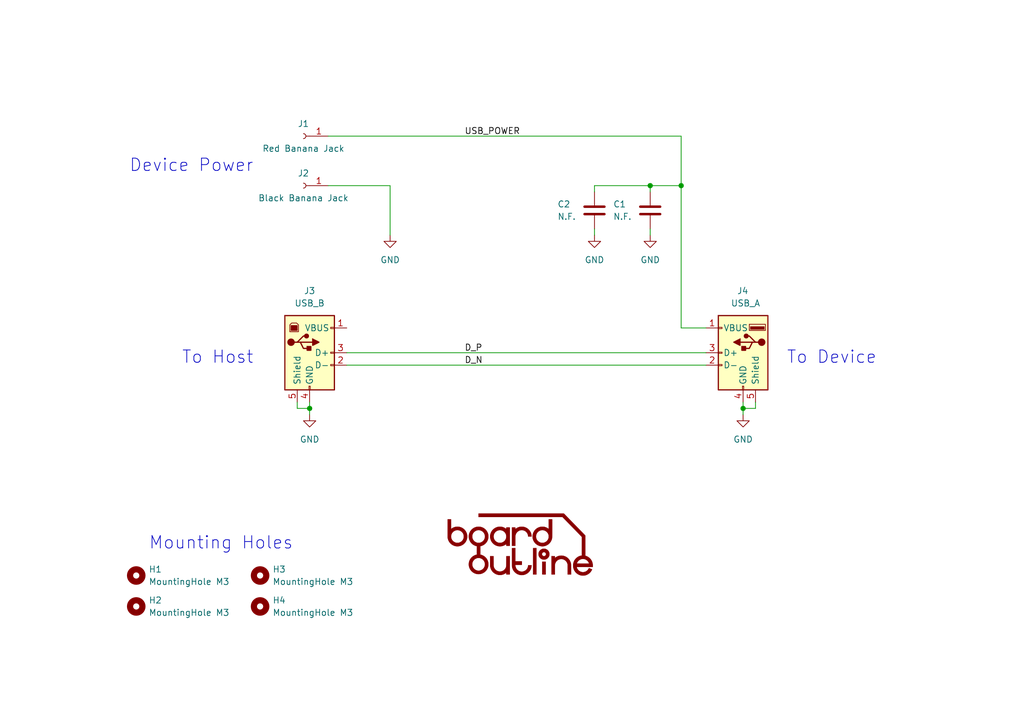
<source format=kicad_sch>
(kicad_sch (version 20211123) (generator eeschema)
  (paper "A5")
  (title_block (title "USB Power Injector") (date "2022-07-30") (rev "1.0"))
  (lib_symbols
    (symbol "Connector:Conn_01x01_Female" (pin_names (offset 1.016) hide)
      (property "Reference" "J" (at 0 2.54 0))
      (property "Value" "Conn_01x01_Female" (at 0 -2.54 0))
      (symbol "Conn_01x01_Female_1_1"
        (polyline (pts (xy -1.27 0) (xy -0.508 0)) (stroke (width 0.1524)))
        (arc (start 0 0.508) (mid -0.508 0) (end 0 -0.508) (stroke (width 0.1524)))
        (pin passive line (at -5.08 0 0) (length 3.81) (name "Pin_1") (number "1"))
      )
    )
    (symbol "Connector:USB_A" (pin_names (offset 1.016))
      (property "Reference" "J" (at -5.08 11.43 0))
      (property "Value" "USB_A" (at -5.08 8.89 0))
      (symbol "USB_A_0_1"
        (rectangle (start -5.08 -7.62) (end 5.08 7.62) (stroke (width 0.254)) (fill (type background)))
        (circle (center -3.81 2.159) (radius 0.635) (stroke (width 0.254)) (fill (type outline)))
        (rectangle (start -1.524 4.826) (end -4.318 5.334) (fill (type outline)))
        (rectangle (start -1.27 4.572) (end -4.572 5.842))
        (circle (center -0.635 3.429) (radius 0.381) (stroke (width 0.254)) (fill (type outline)))
        (rectangle (start -0.127 -7.62) (end 0.127 -6.858))
        (polyline (pts (xy -3.175 2.159) (xy -2.54 2.159) (xy -1.27 3.429) (xy -0.635 3.429)) (stroke (width 0.254)))
        (polyline (pts (xy -2.54 2.159) (xy -1.905 2.159) (xy -1.27 0.889) (xy 0 0.889)) (stroke (width 0.254)))
        (polyline (pts (xy 0.635 2.794) (xy 0.635 1.524) (xy 1.905 2.159) (xy 0.635 2.794)) (stroke (width 0.254)) (fill (type outline)))
        (rectangle (start 0.254 1.27) (end -0.508 0.508) (stroke (width 0.254)) (fill (type outline)))
        (rectangle (start 5.08 -2.667) (end 4.318 -2.413))
        (rectangle (start 5.08 -0.127) (end 4.318 0.127))
        (rectangle (start 5.08 4.953) (end 4.318 5.207))
      )
      (symbol "USB_A_1_1"
        (polyline (pts (xy -1.905 2.159) (xy 0.635 2.159)) (stroke (width 0.254)))
        (pin power_in line (at 7.62 5.08 180) (length 2.54) (name "VBUS") (number "1"))
        (pin bidirectional line (at 7.62 -2.54 180) (length 2.54) (name "D-") (number "2"))
        (pin bidirectional line (at 7.62 0 180) (length 2.54) (name "D+") (number "3"))
        (pin power_in line (at 0 -10.16 90) (length 2.54) (name "GND") (number "4"))
        (pin passive line (at -2.54 -10.16 90) (length 2.54) (name "Shield") (number "5"))
      )
    )
    (symbol "Connector:USB_B" (pin_names (offset 1.016))
      (property "Reference" "J" (at -5.08 11.43 0))
      (property "Value" "USB_B" (at -5.08 8.89 0))
      (symbol "USB_B_0_1"
        (rectangle (start -5.08 -7.62) (end 5.08 7.62) (stroke (width 0.254)) (fill (type background)))
        (circle (center -3.81 2.159) (radius 0.635) (stroke (width 0.254)) (fill (type outline)))
        (rectangle (start -3.81 5.588) (end -2.54 4.572) (fill (type outline)))
        (circle (center -0.635 3.429) (radius 0.381) (stroke (width 0.254)) (fill (type outline)))
        (rectangle (start -0.127 -7.62) (end 0.127 -6.858))
        (polyline (pts (xy -1.905 2.159) (xy 0.635 2.159)) (stroke (width 0.254)))
        (polyline (pts (xy -3.175 2.159) (xy -2.54 2.159) (xy -1.27 3.429) (xy -0.635 3.429)) (stroke (width 0.254)))
        (polyline (pts (xy -2.54 2.159) (xy -1.905 2.159) (xy -1.27 0.889) (xy 0 0.889)) (stroke (width 0.254)))
        (polyline (pts (xy 0.635 2.794) (xy 0.635 1.524) (xy 1.905 2.159) (xy 0.635 2.794)) (stroke (width 0.254)) (fill (type outline)))
        (polyline (pts (xy -4.064 4.318) (xy -2.286 4.318) (xy -2.286 5.715) (xy -2.667 6.096) (xy -3.683 6.096) (xy -4.064 5.715) (xy -4.064 4.318)))
        (rectangle (start 0.254 1.27) (end -0.508 0.508) (stroke (width 0.254)) (fill (type outline)))
        (rectangle (start 5.08 -2.667) (end 4.318 -2.413))
        (rectangle (start 5.08 -0.127) (end 4.318 0.127))
        (rectangle (start 5.08 4.953) (end 4.318 5.207))
      )
      (symbol "USB_B_1_1"
        (pin power_out line (at 7.62 5.08 180) (length 2.54) (name "VBUS") (number "1"))
        (pin bidirectional line (at 7.62 -2.54 180) (length 2.54) (name "D-") (number "2"))
        (pin bidirectional line (at 7.62 0 180) (length 2.54) (name "D+") (number "3"))
        (pin power_out line (at 0 -10.16 90) (length 2.54) (name "GND") (number "4"))
        (pin passive line (at -2.54 -10.16 90) (length 2.54) (name "Shield") (number "5"))
      )
    )
    (symbol "Device:C" (pin_numbers hide) (pin_names (offset 0.254))
      (property "Reference" "C" (at 0.635 2.54 0))
      (property "Value" "C" (at 0.635 -2.54 0))
      (symbol "C_0_1"
        (polyline (pts (xy -2.032 -0.762) (xy 2.032 -0.762)) (stroke (width 0.508)))
        (polyline (pts (xy -2.032 0.762) (xy 2.032 0.762)) (stroke (width 0.508)))
      )
      (symbol "C_1_1"
        (pin passive line (at 0 3.81 270) (length 2.794) (name "~") (number "1"))
        (pin passive line (at 0 -3.81 90) (length 2.794) (name "~") (number "2"))
      )
    )
    (symbol "Logo:Board Outline Logo" (pin_numbers hide) (pin_names (offset 1.016) hide) (in_bom no)
      (symbol "Board Outline Logo_0_0"
        (polyline (pts (xy 4.7961 -6.1219) (xy 4.8842 -6.1214) (xy 5.2132 -6.1191) (xy 5.2132 -3.5234) (xy 4.5512 -3.5234) (xy 4.549 -4.8125) (xy 4.549 -4.8308) (xy 4.5487 -4.9789) (xy 4.5486 -5.1222) (xy 4.5485 -5.2597) (xy 4.5484 -5.3904) (xy 4.5485 -5.5134) (xy 4.5485 -5.6277) (xy 4.5487 -5.7323) (xy 4.5488 -5.8263) (xy 4.5491 -5.9087) (xy 4.5493 -5.9785) (xy 4.5497 -6.0348) (xy 4.5501 -6.0766) (xy 4.5505 -6.1029) (xy 4.5509 -6.1127) (xy 4.551 -6.1128) (xy 4.5558 -6.1157) (xy 4.5684 -6.118) (xy 4.5902 -6.1197) (xy 4.6224 -6.121) (xy 4.6666 -6.1217) (xy 4.724 -6.122) (xy 4.7961 -6.1219)) (stroke (width 0.01)) (fill (type outline)))
        (polyline (pts (xy 3.3274 -0.7314) (xy 2.661 -0.736) (xy 2.6588 -3.4188) (xy 2.6587 -3.5015) (xy 2.6586 -3.7151) (xy 2.6585 -3.9239) (xy 2.6584 -4.1273) (xy 2.6583 -4.3247) (xy 2.6583 -5.0401) (xy 2.6584 -5.1971) (xy 2.6585 -5.3441) (xy 2.6586 -5.4803) (xy 2.6587 -5.6051) (xy 2.6589 -5.7178) (xy 2.6591 -5.8178) (xy 2.6593 -5.9043) (xy 2.6596 -5.9768) (xy 2.6598 -6.0346) (xy 2.6601 -6.0769) (xy 2.6604 -6.1031) (xy 2.6607 -6.1126) (xy 2.6649 -6.1153) (xy 2.6772 -6.1177) (xy 2.699 -6.1197) (xy 2.7316 -6.1211) (xy 2.7762 -6.1222) (xy 2.8343 -6.123) (xy 2.9072 -6.1234) (xy 2.9961 -6.1235) (xy 3.3274 -6.1235) (xy 3.3274 -0.7314)) (stroke (width 0.01)) (fill (type outline)))
        (polyline (pts (xy -1.0017 0.8556) (xy -1.0015 1.0104) (xy -1.0011 1.1531) (xy -1.0006 1.283) (xy -0.9999 1.3997) (xy -0.999 1.5024) (xy -0.998 1.5906) (xy -0.9969 1.6638) (xy -0.9956 1.7213) (xy -0.9942 1.7626) (xy -0.9927 1.787) (xy -0.9918 1.7955) (xy -0.9675 1.9452) (xy -0.9272 2.088) (xy -0.871 2.2239) (xy -0.7987 2.3532) (xy -0.7103 2.4759) (xy -0.6057 2.5921) (xy -0.5753 2.6218) (xy -0.464 2.7171) (xy -0.3467 2.7972) (xy -0.2216 2.8629) (xy -0.0868 2.9152) (xy 0.0594 2.9552) (xy 0.0701 2.9575) (xy 0.1016 2.9636) (xy 0.1329 2.968) (xy 0.1675 2.971) (xy 0.209 2.9729) (xy 0.2608 2.9738) (xy 0.3266 2.974) (xy 0.3496 2.974) (xy 0.4105 2.9736) (xy 0.4587 2.9724) (xy 0.4975 2.9702) (xy 0.5307 2.9668) (xy 0.5616 2.9618) (xy 0.5939 2.9552) (xy 0.7188 2.9216) (xy 0.8622 2.8675) (xy 0.9961 2.799) (xy 1.1202 2.716) (xy 1.2343 2.6189) (xy 1.2799 2.5735) (xy 1.3806 2.4573) (xy 1.4653 2.3341) (xy 1.5342 2.2038) (xy 1.5875 2.0659) (xy 1.6253 1.9201) (xy 1.6478 1.7661) (xy 1.6582 1.6551) (xy 2.327 1.6551) (xy 2.3216 1.7356) (xy 2.3134 1.833) (xy 2.2923 1.9927) (xy 2.2614 2.1423) (xy 2.22 2.2851) (xy 2.1671 2.4243) (xy 2.102 2.5633) (xy 2.0791 2.6067) (xy 1.9846 2.7629) (xy 1.8766 2.9091) (xy 1.7562 3.0446) (xy 1.6244 3.1685) (xy 1.4823 3.28) (xy 1.331 3.3781) (xy 1.1714 3.4621) (xy 1.0047 3.5312) (xy 0.8318 3.5844) (xy 0.7567 3.6029) (xy 0.6867 3.6181) (xy 0.6221 3.6294) (xy 0.5583 3.6372) (xy 0.4909 3.6421) (xy 0.4151 3.6446) (xy 0.3266 3.6453) (xy 0.2427 3.6447) (xy 0.1665 3.6423) (xy 0.0987 3.6375) (xy 0.0349 3.6299) (xy -0.0295 3.6189) (xy -0.0992 3.6039) (xy -0.1786 3.5844) (xy -0.3082 3.5461) (xy -0.4735 3.482) (xy -0.6336 3.403) (xy -0.7857 3.3103) (xy -0.9273 3.2054) (xy -1.0017 3.1445) (xy -1.0017 3.493) (xy -1.6725 3.493) (xy -1.6725 -0.2351) (xy -1.0017 -0.2351) (xy -1.0017 0.8556)) (stroke (width 0.01)) (fill (type outline)))
        (polyline (pts (xy 4.9384 -3.064) (xy 5.0078 -3.0599) (xy 5.0662 -3.0527) (xy 5.1857 -3.0252) (xy 5.3131 -2.9797) (xy 5.4331 -2.9195) (xy 5.5445 -2.8457) (xy 5.646 -2.7593) (xy 5.7365 -2.6614) (xy 5.8149 -2.5529) (xy 5.8799 -2.4348) (xy 5.9304 -2.3082) (xy 5.9479 -2.2484) (xy 5.9728 -2.12) (xy 5.9823 -1.9881) (xy 5.9767 -1.8555) (xy 5.956 -1.7247) (xy 5.9205 -1.5984) (xy 5.8704 -1.4793) (xy 5.8496 -1.4396) (xy 5.7767 -1.3245) (xy 5.6919 -1.2209) (xy 5.5964 -1.1293) (xy 5.4916 -1.0503) (xy 5.3786 -0.9846) (xy 5.2589 -0.9328) (xy 5.1337 -0.8953) (xy 5.0044 -0.8728) (xy 4.8722 -0.866) (xy 4.7384 -0.8753) (xy 4.6044 -0.9015) (xy 4.4898 -0.9382) (xy 4.3676 -0.9941) (xy 4.2534 -1.0641) (xy 4.1485 -1.1473) (xy 4.0544 -1.2423) (xy 3.9722 -1.3479) (xy 3.9033 -1.4631) (xy 3.849 -1.5866) (xy 3.8251 -1.6594) (xy 3.795 -1.7929) (xy 3.7817 -1.9271) (xy 3.7826 -1.9629) (xy 4.4511 -1.9629) (xy 4.4606 -1.8773) (xy 4.4865 -1.7967) (xy 4.5282 -1.7227) (xy 4.5851 -1.6565) (xy 4.5858 -1.6559) (xy 4.6471 -1.6054) (xy 4.7117 -1.5697) (xy 4.7841 -1.5461) (xy 4.7964 -1.5434) (xy 4.8795 -1.5348) (xy 4.9607 -1.5422) (xy 5.0382 -1.5645) (xy 5.11 -1.6006) (xy 5.1741 -1.6492) (xy 5.2287 -1.7091) (xy 5.2717 -1.7793) (xy 5.3013 -1.8585) (xy 5.3016 -1.8598) (xy 5.3132 -1.9355) (xy 5.3105 -2.0157) (xy 5.2942 -2.0955) (xy 5.2648 -2.1703) (xy 5.2286 -2.2259) (xy 5.1791 -2.2788) (xy 5.1209 -2.3253) (xy 5.0582 -2.3618) (xy 4.9955 -2.3851) (xy 4.969 -2.3909) (xy 4.8825 -2.3992) (xy 4.7985 -2.391) (xy 4.7188 -2.3666) (xy 4.6449 -2.3265) (xy 4.5788 -2.2713) (xy 4.5783 -2.2709) (xy 4.522 -2.2031) (xy 4.4823 -2.1309) (xy 4.4588 -2.053) (xy 4.4511 -1.9685) (xy 4.4511 -1.9629) (xy 3.7826 -1.9629) (xy 3.7851 -2.0609) (xy 3.8048 -2.1928) (xy 3.8407 -2.3218) (xy 3.8925 -2.4464) (xy 3.96 -2.5653) (xy 4.043 -2.6773) (xy 4.1007 -2.7409) (xy 4.2016 -2.8313) (xy 4.3128 -2.9087) (xy 4.4325 -2.9719) (xy 4.559 -3.0201) (xy 4.6906 -3.0522) (xy 4.7255 -3.0572) (xy 4.7912 -3.0626) (xy 4.8642 -3.0648) (xy 4.9384 -3.064)) (stroke (width 0.01)) (fill (type outline)))
        (polyline (pts (xy -4.0493 -6.2214) (xy -3.9235 -6.2109) (xy -3.8001 -6.1938) (xy -3.6846 -6.1707) (xy -3.65 -6.1621) (xy -3.4893 -6.1125) (xy -3.3298 -6.0478) (xy -3.1752 -5.9698) (xy -3.0288 -5.8802) (xy -2.8943 -5.7808) (xy -2.8226 -5.7224) (xy -2.8202 -5.9208) (xy -2.8179 -6.1191) (xy -2.1559 -6.1191) (xy -2.1537 -4.2528) (xy -2.1515 -2.3864) (xy -2.8179 -2.391) (xy -2.8226 -3.4014) (xy -2.8229 -3.449) (xy -2.8236 -3.5981) (xy -2.8242 -3.7311) (xy -2.8249 -3.849) (xy -2.8255 -3.9529) (xy -2.8261 -4.0436) (xy -2.8268 -4.1223) (xy -2.8276 -4.1899) (xy -2.8284 -4.2474) (xy -2.8293 -4.296) (xy -2.8304 -4.3365) (xy -2.8316 -4.3699) (xy -2.833 -4.3974) (xy -2.8345 -4.4199) (xy -2.8363 -4.4384) (xy -2.8383 -4.4539) (xy -2.8406 -4.4675) (xy -2.8431 -4.48) (xy -2.846 -4.4927) (xy -2.8585 -4.5436) (xy -2.8974 -4.6706) (xy -2.9441 -4.7864) (xy -2.9472 -4.7932) (xy -3.0165 -4.9208) (xy -3.1005 -5.041) (xy -3.1976 -5.1521) (xy -3.3062 -5.2522) (xy -3.4245 -5.3397) (xy -3.551 -5.413) (xy -3.6214 -5.446) (xy -3.7603 -5.4974) (xy -3.9015 -5.5324) (xy -4.0436 -5.5514) (xy -4.1856 -5.5549) (xy -4.3262 -5.5433) (xy -4.4643 -5.5168) (xy -4.5985 -5.476) (xy -4.7279 -5.4212) (xy -4.851 -5.3529) (xy -4.9669 -5.2713) (xy -5.0742 -5.177) (xy -5.1718 -5.0703) (xy -5.2584 -4.9516) (xy -5.333 -4.8212) (xy -5.3469 -4.7927) (xy -5.3841 -4.7073) (xy -5.4151 -4.619) (xy -5.4424 -4.5207) (xy -5.4653 -4.4293) (xy -5.47 -3.4101) (xy -5.4746 -2.391) (xy -6.141 -2.3864) (xy -6.141 -3.3712) (xy -6.1409 -3.4851) (xy -6.1407 -3.6473) (xy -6.1404 -3.7959) (xy -6.1398 -3.9303) (xy -6.1391 -4.0501) (xy -6.1383 -4.155) (xy -6.1373 -4.2445) (xy -6.1361 -4.3182) (xy -6.1348 -4.3757) (xy -6.1334 -4.4166) (xy -6.1318 -4.4405) (xy -6.1225 -4.5136) (xy -6.0878 -4.6936) (xy -6.0376 -4.8673) (xy -5.9726 -5.0341) (xy -5.8935 -5.193) (xy -5.8011 -5.3435) (xy -5.6962 -5.4848) (xy -5.5795 -5.6161) (xy -5.4518 -5.7367) (xy -5.3138 -5.8458) (xy -5.1662 -5.9428) (xy -5.0099 -6.0269) (xy -4.8455 -6.0973) (xy -4.6739 -6.1533) (xy -4.4958 -6.1943) (xy -4.3119 -6.2193) (xy -4.2861 -6.2214) (xy -4.172 -6.2251) (xy -4.0493 -6.2214)) (stroke (width 0.01)) (fill (type outline)))
        (polyline (pts (xy 0.3652 -6.2405) (xy 0.437 -6.238) (xy 0.5054 -6.2343) (xy 0.5658 -6.2294) (xy 0.6141 -6.2236) (xy 0.7341 -6.2018) (xy 0.8921 -6.1617) (xy 1.0449 -6.1087) (xy 1.1977 -6.0411) (xy 1.2175 -6.0313) (xy 1.3812 -5.9397) (xy 1.5341 -5.8347) (xy 1.6756 -5.7167) (xy 1.8052 -5.5862) (xy 1.9223 -5.444) (xy 2.0265 -5.2904) (xy 2.117 -5.1261) (xy 2.1519 -5.052) (xy 2.2055 -4.919) (xy 2.2484 -4.7833) (xy 2.2815 -4.6415) (xy 2.3055 -4.4905) (xy 2.3213 -4.3269) (xy 2.3266 -4.2507) (xy 1.6572 -4.2507) (xy 1.6511 -4.3313) (xy 1.6394 -4.4351) (xy 1.6087 -4.5845) (xy 1.5628 -4.7267) (xy 1.5023 -4.861) (xy 1.4281 -4.9865) (xy 1.3408 -5.1024) (xy 1.2412 -5.2079) (xy 1.13 -5.3022) (xy 1.0079 -5.3843) (xy 0.8757 -5.4535) (xy 0.734 -5.509) (xy 0.5836 -5.5498) (xy 0.5528 -5.5561) (xy 0.5178 -5.5618) (xy 0.4818 -5.5657) (xy 0.4407 -5.568) (xy 0.3903 -5.5692) (xy 0.3266 -5.5696) (xy 0.2731 -5.5693) (xy 0.2207 -5.5683) (xy 0.1782 -5.5662) (xy 0.1416 -5.5626) (xy 0.1068 -5.5572) (xy 0.0697 -5.5498) (xy 0.0122 -5.5363) (xy -0.1361 -5.4897) (xy -0.2754 -5.4286) (xy -0.4051 -5.3533) (xy -0.5247 -5.2641) (xy -0.6336 -5.1615) (xy -0.7312 -5.0457) (xy -0.7791 -4.978) (xy -0.854 -4.8504) (xy -0.9131 -4.7167) (xy -0.9569 -4.576) (xy -0.9854 -4.4275) (xy -0.9992 -4.2703) (xy -1.0044 -4.1375) (xy 0.331 -4.1375) (xy 0.331 -3.4668) (xy -1.0017 -3.4668) (xy -1.0017 -0.7314) (xy -1.6681 -0.736) (xy -1.6681 -2.762) (xy -1.668 -2.9666) (xy -1.6679 -3.1551) (xy -1.6678 -3.3279) (xy -1.6676 -3.4857) (xy -1.6673 -3.6292) (xy -1.667 -3.759) (xy -1.6666 -3.8757) (xy -1.6661 -3.9799) (xy -1.6656 -4.0723) (xy -1.6649 -4.1534) (xy -1.6642 -4.224) (xy -1.6635 -4.2846) (xy -1.6626 -4.3358) (xy -1.6616 -4.3784) (xy -1.6606 -4.4128) (xy -1.6594 -4.4398) (xy -1.6582 -4.46) (xy -1.6568 -4.4739) (xy -1.6467 -4.5443) (xy -1.6084 -4.7298) (xy -1.5545 -4.9085) (xy -1.4854 -5.0797) (xy -1.4016 -5.2427) (xy -1.3035 -5.3967) (xy -1.1916 -5.541) (xy -1.0662 -5.675) (xy -0.9279 -5.7978) (xy -0.7771 -5.9088) (xy -0.7349 -5.9363) (xy -0.5739 -6.0278) (xy -0.4053 -6.1037) (xy -0.2294 -6.164) (xy -0.0463 -6.2084) (xy 0.1434 -6.2369) (xy 0.1736 -6.2393) (xy 0.2291 -6.2412) (xy 0.2945 -6.2416) (xy 0.3652 -6.2405)) (stroke (width 0.01)) (fill (type outline)))
        (polyline (pts (xy 10.4243 -5.0936) (xy 10.4241 -5.0085) (xy 10.4237 -4.8616) (xy 10.4233 -4.7307) (xy 10.4229 -4.6146) (xy 10.4224 -4.5123) (xy 10.4219 -4.4228) (xy 10.4214 -4.345) (xy 10.4208 -4.278) (xy 10.42 -4.2208) (xy 10.4192 -4.1722) (xy 10.4181 -4.1314) (xy 10.417 -4.0972) (xy 10.4156 -4.0687) (xy 10.4141 -4.0448) (xy 10.4123 -4.0245) (xy 10.4102 -4.0067) (xy 10.408 -3.9906) (xy 10.4054 -3.975) (xy 10.4025 -3.9589) (xy 10.3711 -3.8115) (xy 10.3216 -3.6414) (xy 10.2591 -3.4801) (xy 10.1826 -3.3254) (xy 10.0912 -3.175) (xy 10.0902 -3.1734) (xy 9.9811 -3.025) (xy 9.8603 -2.8887) (xy 9.7287 -2.7652) (xy 9.5875 -2.6548) (xy 9.4376 -2.5578) (xy 9.2801 -2.4749) (xy 9.116 -2.4063) (xy 8.9464 -2.3526) (xy 8.7722 -2.3141) (xy 8.5945 -2.2912) (xy 8.4143 -2.2845) (xy 8.2327 -2.2944) (xy 8.0508 -2.3212) (xy 8.0238 -2.3267) (xy 7.8659 -2.3672) (xy 7.7095 -2.4212) (xy 7.5577 -2.4874) (xy 7.4132 -2.5644) (xy 7.279 -2.6508) (xy 7.158 -2.7451) (xy 7.1081 -2.7882) (xy 7.1058 -2.5896) (xy 7.1034 -2.391) (xy 6.7703 -2.3887) (xy 6.4371 -2.3864) (xy 6.4371 -4.4254) (xy 6.4372 -4.5998) (xy 6.4373 -4.7687) (xy 6.4375 -4.9315) (xy 6.4377 -5.0872) (xy 6.438 -5.2351) (xy 6.4383 -5.3744) (xy 6.4386 -5.5044) (xy 6.439 -5.624) (xy 6.4394 -5.7327) (xy 6.4399 -5.8296) (xy 6.4403 -5.9138) (xy 6.4408 -5.9846) (xy 6.4413 -6.0413) (xy 6.4419 -6.0828) (xy 6.4424 -6.1086) (xy 6.443 -6.1178) (xy 6.4432 -6.1179) (xy 6.4548 -6.1192) (xy 6.4815 -6.1202) (xy 6.5216 -6.121) (xy 6.5731 -6.1215) (xy 6.634 -6.1218) (xy 6.7023 -6.1218) (xy 6.7762 -6.1214) (xy 7.1034 -6.1191) (xy 7.1082 -5.1043) (xy 7.1083 -5.072) (xy 7.109 -4.9208) (xy 7.1097 -4.7859) (xy 7.1103 -4.6662) (xy 7.111 -4.5606) (xy 7.1116 -4.4683) (xy 7.1123 -4.3882) (xy 7.1131 -4.3192) (xy 7.1139 -4.2604) (xy 7.1148 -4.2108) (xy 7.1158 -4.1694) (xy 7.117 -4.1351) (xy 7.1184 -4.107) (xy 7.1199 -4.084) (xy 7.1217 -4.0652) (xy 7.1236 -4.0495) (xy 7.1258 -4.0359) (xy 7.1283 -4.0235) (xy 7.1311 -4.0112) (xy 7.1448 -3.9566) (xy 7.1934 -3.809) (xy 7.2562 -3.6702) (xy 7.3324 -3.5412) (xy 7.4215 -3.4227) (xy 7.5226 -3.3154) (xy 7.6351 -3.2202) (xy 7.7582 -3.1378) (xy 7.8912 -3.0691) (xy 8.0335 -3.0148) (xy 8.0629 -3.0056) (xy 8.1334 -2.9864) (xy 8.2003 -2.9727) (xy 8.2688 -2.9638) (xy 8.3443 -2.9591) (xy 8.4318 -2.9577) (xy 8.4676 -2.9579) (xy 8.5498 -2.9605) (xy 8.6219 -2.9668) (xy 8.6893 -2.9774) (xy 8.7569 -2.9932) (xy 8.8301 -3.0148) (xy 8.882 -3.0325) (xy 9.021 -3.0921) (xy 9.1505 -3.1658) (xy 9.2699 -3.2528) (xy 9.3784 -3.3525) (xy 9.4753 -3.4639) (xy 9.5598 -3.5862) (xy 9.6314 -3.7187) (xy 9.6892 -3.8607) (xy 9.7325 -4.0112) (xy 9.7331 -4.0137) (xy 9.7358 -4.0259) (xy 9.7382 -4.0385) (xy 9.7404 -4.0524) (xy 9.7423 -4.0687) (xy 9.744 -4.0883) (xy 9.7455 -4.1122) (xy 9.7468 -4.1415) (xy 9.748 -4.1771) (xy 9.749 -4.2201) (xy 9.7499 -4.2715) (xy 9.7507 -4.3322) (xy 9.7514 -4.4033) (xy 9.7521 -4.4858) (xy 9.7527 -4.5807) (xy 9.7534 -4.689) (xy 9.754 -4.8117) (xy 9.7547 -4.9498) (xy 9.7554 -5.1043) (xy 9.7602 -6.1191) (xy 10.4272 -6.1237) (xy 10.4243 -5.0936)) (stroke (width 0.01)) (fill (type outline)))
        (polyline (pts (xy -4.0518 -0.337) (xy -3.9894 -0.3344) (xy -3.939 -0.3305) (xy -3.7885 -0.3081) (xy -3.6112 -0.2661) (xy -3.4377 -0.2084) (xy -3.2708 -0.1356) (xy -3.2211 -0.1104) (xy -3.1081 -0.0473) (xy -3.0038 0.0207) (xy -2.9022 0.0972) (xy -2.8266 0.1578) (xy -2.8243 -0.0387) (xy -2.8219 -0.2351) (xy -2.1515 -0.2351) (xy -2.1515 3.493) (xy -2.8223 3.493) (xy -2.8223 3.316) (xy -2.8225 3.2645) (xy -2.8232 3.2198) (xy -2.8241 3.1846) (xy -2.8253 3.1615) (xy -2.8267 3.1533) (xy -2.8297 3.1549) (xy -2.8438 3.1653) (xy -2.8663 3.1832) (xy -2.8939 3.206) (xy -2.9761 3.2694) (xy -3.0737 3.3346) (xy -3.1799 3.3971) (xy -3.2903 3.4546) (xy -3.4005 3.5046) (xy -3.506 3.5445) (xy -3.5993 3.5734) (xy -3.7796 3.6158) (xy -3.9615 3.6413) (xy -4.1439 3.65) (xy -4.3257 3.642) (xy -4.5059 3.6173) (xy -4.6833 3.5762) (xy -4.8568 3.5185) (xy -5.0255 3.4444) (xy -5.0436 3.4353) (xy -5.0945 3.4088) (xy -5.1445 3.3816) (xy -5.1885 3.3564) (xy -5.2218 3.3359) (xy -5.262 3.309) (xy -5.4122 3.1954) (xy -5.5502 3.0702) (xy -5.6753 2.9342) (xy -5.787 2.7882) (xy -5.8847 2.6331) (xy -5.9677 2.4696) (xy -6.0355 2.2987) (xy -6.0874 2.1211) (xy -6.096 2.0842) (xy -6.127 1.9045) (xy -6.1413 1.7221) (xy -6.1406 1.6719) (xy -5.4707 1.6719) (xy -5.4628 1.8084) (xy -5.4422 1.9404) (xy -5.4089 2.0643) (xy -5.3988 2.0934) (xy -5.3389 2.2355) (xy -5.2652 2.3674) (xy -5.1784 2.4885) (xy -5.0792 2.5982) (xy -4.9682 2.6959) (xy -4.8461 2.7808) (xy -4.7137 2.8525) (xy -4.5717 2.9102) (xy -4.4206 2.9534) (xy -4.4183 2.954) (xy -4.3483 2.966) (xy -4.2667 2.974) (xy -4.1788 2.9777) (xy -4.0899 2.9771) (xy -4.005 2.9722) (xy -3.9296 2.9627) (xy -3.8198 2.9393) (xy -3.6766 2.894) (xy -3.5414 2.834) (xy -3.415 2.76) (xy -3.2982 2.6729) (xy -3.1919 2.5734) (xy -3.0969 2.4623) (xy -3.0141 2.3406) (xy -2.9442 2.2088) (xy -2.8881 2.0679) (xy -2.8467 1.9187) (xy -2.8457 1.9143) (xy -2.8392 1.8814) (xy -2.8344 1.8492) (xy -2.8311 1.814) (xy -2.8291 1.7724) (xy -2.828 1.7206) (xy -2.8277 1.6551) (xy -2.8277 1.6385) (xy -2.828 1.5769) (xy -2.8291 1.5283) (xy -2.8313 1.4891) (xy -2.8347 1.4555) (xy -2.8397 1.4239) (xy -2.8465 1.3908) (xy -2.8472 1.3877) (xy -2.8893 1.2378) (xy -2.946 1.0962) (xy -3.0168 0.9637) (xy -3.101 0.8411) (xy -3.198 0.7293) (xy -3.3071 0.6292) (xy -3.4277 0.5415) (xy -3.5592 0.4671) (xy -3.5706 0.4615) (xy -3.6632 0.4205) (xy -3.7565 0.3877) (xy -3.8588 0.36) (xy -3.8908 0.3528) (xy -3.9254 0.3465) (xy -3.9612 0.342) (xy -4.0021 0.3389) (xy -4.0523 0.3368) (xy -4.1158 0.3354) (xy -4.1683 0.3347) (xy -4.2177 0.3345) (xy -4.2596 0.3347) (xy -4.2906 0.3353) (xy -4.3074 0.3364) (xy -4.3815 0.3494) (xy -4.4715 0.3699) (xy -4.5554 0.3938) (xy -4.6211 0.4168) (xy -4.7561 0.4773) (xy -4.8829 0.5523) (xy -5.0003 0.6407) (xy -5.1073 0.7415) (xy -5.2028 0.8535) (xy -5.2858 0.9758) (xy -5.355 1.1071) (xy -5.4096 1.2464) (xy -5.4178 1.2726) (xy -5.4482 1.4003) (xy -5.4658 1.5346) (xy -5.4707 1.6719) (xy -6.1406 1.6719) (xy -6.1388 1.5386) (xy -6.1195 1.3556) (xy -6.0835 1.1746) (xy -6.0588 1.0841) (xy -5.9987 0.912) (xy -5.9238 0.7479) (xy -5.8349 0.5922) (xy -5.7329 0.4459) (xy -5.6186 0.3097) (xy -5.4929 0.1842) (xy -5.3567 0.0703) (xy -5.2107 -0.0314) (xy -5.0558 -0.12) (xy -4.8928 -0.195) (xy -4.7226 -0.2554) (xy -4.5461 -0.3007) (xy -4.364 -0.3299) (xy -4.3216 -0.3336) (xy -4.2611 -0.3365) (xy -4.1926 -0.338) (xy -4.1212 -0.3382) (xy -4.0518 -0.337)) (stroke (width 0.01)) (fill (type outline)))
        (polyline (pts (xy -12.7745 -0.3371) (xy -12.7103 -0.3345) (xy -12.6583 -0.3305) (xy -12.6186 -0.3258) (xy -12.4373 -0.2937) (xy -12.2597 -0.2451) (xy -12.0872 -0.1806) (xy -11.9214 -0.1009) (xy -11.7637 -0.0065) (xy -11.6156 0.102) (xy -11.5523 0.1561) (xy -11.4794 0.2247) (xy -11.4069 0.2986) (xy -11.3395 0.373) (xy -11.282 0.443) (xy -11.2333 0.509) (xy -11.1351 0.6634) (xy -11.0514 0.8269) (xy -10.9825 0.9986) (xy -10.9289 1.1777) (xy -10.8909 1.3633) (xy -10.8841 1.4189) (xy -10.879 1.4901) (xy -10.8758 1.5699) (xy -10.8748 1.654) (xy -10.8758 1.738) (xy -10.8789 1.8177) (xy -10.884 1.8888) (xy -10.8912 1.9469) (xy -10.8916 1.9496) (xy -10.9209 2.0998) (xy -10.958 2.2389) (xy -11.0045 2.3721) (xy -11.0619 2.5043) (xy -11.0998 2.5799) (xy -11.193 2.7389) (xy -11.2992 2.8872) (xy -11.4173 3.0242) (xy -11.5464 3.1492) (xy -11.6857 3.2617) (xy -11.8341 3.3611) (xy -11.9907 3.4469) (xy -12.1547 3.5184) (xy -12.3252 3.575) (xy -12.501 3.6161) (xy -12.6815 3.6413) (xy -12.8655 3.6498) (xy -12.8934 3.6496) (xy -13.0787 3.6384) (xy -13.2608 3.6104) (xy -13.4389 3.5657) (xy -13.6119 3.5047) (xy -13.779 3.4278) (xy -13.9393 3.3352) (xy -14.0917 3.2273) (xy -14.1852 3.1545) (xy -14.1874 4.1599) (xy -14.1896 5.1654) (xy -14.8602 5.1654) (xy -14.8602 3.0571) (xy -14.86 2.8296) (xy -14.8598 2.6194) (xy -14.8595 2.4266) (xy -14.859 2.2511) (xy -14.8585 2.0929) (xy -14.8579 1.952) (xy -14.8572 1.8284) (xy -14.8564 1.722) (xy -14.856 1.6848) (xy -14.1851 1.6848) (xy -14.1846 1.7427) (xy -14.1834 1.7885) (xy -14.181 1.8258) (xy -14.1774 1.8584) (xy -14.1721 1.8899) (xy -14.1649 1.924) (xy -14.1616 1.9384) (xy -14.1181 2.088) (xy -14.0598 2.2287) (xy -13.9876 2.36) (xy -13.9022 2.4809) (xy -13.8044 2.5909) (xy -13.6947 2.6891) (xy -13.5741 2.7749) (xy -13.4431 2.8474) (xy -13.3025 2.9061) (xy -13.153 2.95) (xy -13.1159 2.9578) (xy -13.0277 2.9703) (xy -12.9313 2.9771) (xy -12.8322 2.9782) (xy -12.7362 2.9735) (xy -12.6489 2.9627) (xy -12.5342 2.9379) (xy -12.392 2.8921) (xy -12.2573 2.8316) (xy -12.1312 2.7573) (xy -12.0145 2.6701) (xy -11.9083 2.5709) (xy -11.8135 2.4606) (xy -11.731 2.3401) (xy -11.6619 2.2104) (xy -11.6069 2.0723) (xy -11.5672 1.9268) (xy -11.5596 1.8851) (xy -11.5499 1.8046) (xy -11.5443 1.7166) (xy -11.5429 1.6268) (xy -11.5461 1.5411) (xy -11.5538 1.4655) (xy -11.5764 1.3479) (xy -11.6191 1.2043) (xy -11.6767 1.0684) (xy -11.7484 0.941) (xy -11.8334 0.823) (xy -11.9309 0.7152) (xy -12.0401 0.6186) (xy -12.1602 0.5338) (xy -12.2904 0.4619) (xy -12.43 0.4037) (xy -12.5781 0.36) (xy -12.6071 0.3535) (xy -12.6424 0.3469) (xy -12.6788 0.3421) (xy -12.7203 0.3388) (xy -12.771 0.3366) (xy -12.835 0.3349) (xy -12.9066 0.3342) (xy -12.9748 0.3352) (xy -13.03 0.3384) (xy -13.0746 0.3439) (xy -13.2148 0.375) (xy -13.3547 0.4225) (xy -13.4876 0.4846) (xy -13.6124 0.5602) (xy -13.7278 0.6485) (xy -13.8329 0.7485) (xy -13.9265 0.8591) (xy -14.0074 0.9795) (xy -14.0745 1.1087) (xy -14.1268 1.2457) (xy -14.145 1.3053) (xy -14.1599 1.3603) (xy -14.1706 1.4108) (xy -14.1779 1.4611) (xy -14.1823 1.5157) (xy -14.1845 1.5788) (xy -14.1851 1.6551) (xy -14.1851 1.6848) (xy -14.856 1.6848) (xy -14.8555 1.6328) (xy -14.8545 1.5608) (xy -14.8535 1.506) (xy -14.8523 1.4684) (xy -14.8511 1.4478) (xy -14.8446 1.3948) (xy -14.8114 1.2152) (xy -14.7617 1.0384) (xy -14.6964 0.8664) (xy -14.616 0.7009) (xy -14.5214 0.5436) (xy -14.4133 0.3964) (xy -14.4109 0.3933) (xy -14.3638 0.3392) (xy -14.3069 0.2793) (xy -14.2442 0.2174) (xy -14.1797 0.1575) (xy -14.1176 0.1035) (xy -14.0619 0.0593) (xy -13.9359 -0.0272) (xy -13.7768 -0.1181) (xy -13.6106 -0.1946) (xy -13.4391 -0.2558) (xy -13.2642 -0.301) (xy -13.0877 -0.3295) (xy -13.0505 -0.3328) (xy -12.989 -0.3361) (xy -12.919 -0.3379) (xy -12.8458 -0.3382) (xy -12.7745 -0.3371)) (stroke (width 0.01)) (fill (type outline)))
        (polyline (pts (xy 12.9134 -6.3461) (xy 12.9713 -6.3447) (xy 13.0639 -6.3401) (xy 13.1477 -6.3321) (xy 13.2284 -6.32) (xy 13.3113 -6.303) (xy 13.4019 -6.2804) (xy 13.4466 -6.2679) (xy 13.6154 -6.2094) (xy 13.7786 -6.1353) (xy 13.9349 -6.0464) (xy 14.0829 -5.9438) (xy 14.2214 -5.8285) (xy 14.3488 -5.7015) (xy 14.464 -5.5637) (xy 14.5656 -5.4163) (xy 14.5668 -5.4143) (xy 14.5909 -5.3733) (xy 14.6185 -5.3234) (xy 14.6472 -5.2693) (xy 14.6744 -5.2158) (xy 14.6977 -5.1677) (xy 14.7146 -5.1298) (xy 14.7274 -5.0986) (xy 14.419 -4.974) (xy 14.4065 -4.969) (xy 14.3384 -4.9416) (xy 14.2758 -4.9167) (xy 14.2205 -4.8949) (xy 14.1742 -4.8769) (xy 14.1388 -4.8634) (xy 14.116 -4.8551) (xy 14.1075 -4.8527) (xy 14.1067 -4.8541) (xy 14.1 -4.8672) (xy 14.0886 -4.891) (xy 14.0744 -4.9214) (xy 14.0681 -4.9348) (xy 13.9991 -5.0598) (xy 13.9155 -5.1778) (xy 13.8191 -5.2869) (xy 13.7116 -5.3852) (xy 13.5949 -5.4708) (xy 13.4709 -5.5418) (xy 13.4168 -5.5671) (xy 13.2775 -5.6194) (xy 13.1341 -5.6555) (xy 12.9881 -5.6756) (xy 12.8412 -5.6797) (xy 12.6947 -5.6677) (xy 12.5505 -5.6397) (xy 12.4099 -5.5956) (xy 12.2747 -5.5355) (xy 12.2628 -5.5293) (xy 12.1343 -5.4519) (xy 12.0159 -5.3611) (xy 11.9086 -5.2583) (xy 11.8133 -5.1448) (xy 11.7309 -5.0217) (xy 11.6626 -4.8905) (xy 11.6091 -4.7524) (xy 11.5715 -4.6086) (xy 11.5656 -4.5789) (xy 13.2172 -4.585) (xy 14.8689 -4.5911) (xy 14.8689 -4.3426) (xy 14.8678 -4.2438) (xy 14.8652 -4.1561) (xy 14.8613 -4.0817) (xy 14.856 -4.0226) (xy 14.8329 -3.8738) (xy 14.7897 -3.6957) (xy 14.7308 -3.5237) (xy 14.6569 -3.3586) (xy 14.5686 -3.2013) (xy 14.4665 -3.0529) (xy 14.3513 -2.9142) (xy 14.2237 -2.7862) (xy 14.0842 -2.6697) (xy 13.9336 -2.5657) (xy 13.7725 -2.4752) (xy 13.7646 -2.4712) (xy 13.7024 -2.4405) (xy 13.6502 -2.4161) (xy 13.6031 -2.3961) (xy 13.5563 -2.3784) (xy 13.5051 -2.3612) (xy 13.4447 -2.3425) (xy 13.3402 -2.311) (xy 13.3358 -0.2278) (xy 13.3315 1.8554) (xy 8.9523 6.35) (xy -8.5277 6.35) (xy -8.5277 5.6793) (xy 8.6725 5.6793) (xy 12.6739 1.5723) (xy 12.6695 -2.2681) (xy 12.5911 -2.2792) (xy 12.5368 -2.2876) (xy 12.3599 -2.3264) (xy 12.1885 -2.381) (xy 12.0235 -2.4507) (xy 11.8658 -2.5347) (xy 11.7163 -2.6322) (xy 11.5761 -2.7425) (xy 11.446 -2.8647) (xy 11.3269 -2.998) (xy 11.2199 -3.1418) (xy 11.1259 -3.2951) (xy 11.0457 -3.4572) (xy 10.9804 -3.6273) (xy 10.9648 -3.6768) (xy 10.9397 -3.7703) (xy 10.9197 -3.8672) (xy 10.9132 -3.9109) (xy 11.5934 -3.9109) (xy 11.599 -3.887) (xy 11.6006 -3.8813) (xy 11.6082 -3.8576) (xy 11.6196 -3.825) (xy 11.633 -3.7888) (xy 11.6555 -3.7333) (xy 11.7219 -3.6) (xy 11.801 -3.4774) (xy 11.8915 -3.3659) (xy 11.9922 -3.2659) (xy 12.1022 -3.178) (xy 12.2201 -3.1026) (xy 12.3449 -3.0401) (xy 12.4755 -2.991) (xy 12.6105 -2.9558) (xy 12.749 -2.9349) (xy 12.8898 -2.9288) (xy 13.0317 -2.9379) (xy 13.1736 -2.9628) (xy 13.3143 -3.0037) (xy 13.4527 -3.0613) (xy 13.4746 -3.0721) (xy 13.5634 -3.1212) (xy 13.6453 -3.1763) (xy 13.7249 -3.2408) (xy 13.8068 -3.318) (xy 13.8718 -3.3864) (xy 13.9482 -3.479) (xy 14.0125 -3.5742) (xy 14.0674 -3.6761) (xy 14.1156 -3.7888) (xy 14.1207 -3.8023) (xy 14.1338 -3.8388) (xy 14.1442 -3.8704) (xy 14.15 -3.8914) (xy 14.156 -3.9197) (xy 13.7046 -3.9176) (xy 13.6568 -3.9174) (xy 13.5685 -3.917) (xy 13.4665 -3.9166) (xy 13.3529 -3.9161) (xy 13.2301 -3.9157) (xy 13.1002 -3.9153) (xy 12.9655 -3.9148) (xy 12.8282 -3.9144) (xy 12.6906 -3.9139) (xy 12.5548 -3.9135) (xy 12.4233 -3.9132) (xy 11.5934 -3.9109) (xy 10.9132 -3.9109) (xy 10.9041 -3.9721) (xy 10.892 -4.0896) (xy 10.8816 -4.2763) (xy 10.8839 -4.4561) (xy 10.8993 -4.6273) (xy 10.9282 -4.7916) (xy 10.9709 -4.9507) (xy 11.0277 -5.1062) (xy 11.0989 -5.2601) (xy 11.1613 -5.373) (xy 11.2624 -5.526) (xy 11.3764 -5.6682) (xy 11.5022 -5.799) (xy 11.6391 -5.9177) (xy 11.7859 -6.0235) (xy 11.9417 -6.1159) (xy 12.1056 -6.1942) (xy 12.2766 -6.2576) (xy 12.4538 -6.3055) (xy 12.636 -6.3372) (xy 12.6529 -6.3391) (xy 12.7233 -6.3442) (xy 12.8104 -6.3466) (xy 12.9134 -6.3461)) (stroke (width 0.01)) (fill (type outline)))
        (polyline (pts (xy 4.6162 -0.3373) (xy 4.6743 -0.3358) (xy 4.7246 -0.3335) (xy 4.7628 -0.3305) (xy 4.7853 -0.3279) (xy 4.9668 -0.2974) (xy 5.1444 -0.2503) (xy 5.3169 -0.1873) (xy 5.4829 -0.109) (xy 5.6412 -0.0159) (xy 5.7904 0.0913) (xy 5.9291 0.212) (xy 5.9524 0.2346) (xy 6.0783 0.3709) (xy 6.1907 0.5176) (xy 6.2889 0.6736) (xy 6.3725 0.8377) (xy 6.4405 1.0088) (xy 6.4925 1.1857) (xy 6.4952 1.1969) (xy 6.5009 1.2198) (xy 6.5062 1.2407) (xy 6.5111 1.2605) (xy 6.5155 1.2798) (xy 6.5195 1.2994) (xy 6.5232 1.32) (xy 6.5265 1.3424) (xy 6.5295 1.3674) (xy 6.5321 1.3956) (xy 6.5345 1.4278) (xy 6.5366 1.4648) (xy 6.5384 1.5073) (xy 6.54 1.5561) (xy 6.5414 1.6119) (xy 6.5425 1.6754) (xy 6.5435 1.7474) (xy 6.5443 1.8286) (xy 6.545 1.9198) (xy 6.5456 2.0217) (xy 6.5461 2.1351) (xy 6.5464 2.2606) (xy 6.5468 2.3992) (xy 6.547 2.5514) (xy 6.5473 2.7181) (xy 6.5475 2.9) (xy 6.5478 3.0978) (xy 6.5481 3.3122) (xy 6.5507 5.1654) (xy 5.8796 5.1654) (xy 5.8796 3.1444) (xy 5.8164 3.1977) (xy 5.7784 3.2286) (xy 5.6822 3.2982) (xy 5.5751 3.3658) (xy 5.4618 3.4289) (xy 5.3466 3.4849) (xy 5.2341 3.5311) (xy 5.1994 3.5433) (xy 5.1172 3.5688) (xy 5.0278 3.5927) (xy 4.9383 3.6132) (xy 4.8554 3.6285) (xy 4.8321 3.6318) (xy 4.7619 3.6391) (xy 4.6819 3.6443) (xy 4.5971 3.6474) (xy 4.5131 3.6481) (xy 4.435 3.6463) (xy 4.3683 3.6419) (xy 4.2792 3.6313) (xy 4.0981 3.5972) (xy 3.9232 3.5474) (xy 3.7552 3.4828) (xy 3.595 3.4039) (xy 3.4433 3.3116) (xy 3.3008 3.2064) (xy 3.1684 3.0892) (xy 3.0467 2.9607) (xy 2.9366 2.8215) (xy 2.8388 2.6723) (xy 2.7541 2.5139) (xy 2.6833 2.347) (xy 2.627 2.1723) (xy 2.5862 1.9904) (xy 2.5843 1.9795) (xy 2.5758 1.9138) (xy 2.5691 1.8366) (xy 2.5644 1.7526) (xy 2.5634 1.7174) (xy 3.2303 1.7174) (xy 3.2445 1.8574) (xy 3.2731 1.9945) (xy 3.3158 2.1277) (xy 3.3723 2.2557) (xy 3.442 2.3773) (xy 3.5246 2.4914) (xy 3.6198 2.5967) (xy 3.727 2.6921) (xy 3.846 2.7763) (xy 3.9763 2.8481) (xy 3.981 2.8503) (xy 4.0852 2.8957) (xy 4.1854 2.9298) (xy 4.2865 2.9538) (xy 4.3937 2.9689) (xy 4.512 2.9763) (xy 4.549 2.9773) (xy 4.6029 2.9781) (xy 4.6471 2.9773) (xy 4.6862 2.9748) (xy 4.7253 2.9701) (xy 4.769 2.9632) (xy 4.8558 2.9455) (xy 5 2.9025) (xy 5.1368 2.8446) (xy 5.2653 2.7726) (xy 5.3844 2.6873) (xy 5.4932 2.5896) (xy 5.5907 2.4802) (xy 5.6758 2.3601) (xy 5.7476 2.2302) (xy 5.8049 2.0911) (xy 5.8096 2.0778) (xy 5.8325 2.0063) (xy 5.8496 1.9417) (xy 5.8615 1.8791) (xy 5.8691 1.8137) (xy 5.8731 1.7406) (xy 5.8743 1.6551) (xy 5.874 1.598) (xy 5.873 1.5454) (xy 5.8709 1.5029) (xy 5.8674 1.4665) (xy 5.8623 1.4325) (xy 5.8552 1.3968) (xy 5.8186 1.2602) (xy 5.7644 1.1181) (xy 5.6959 0.9847) (xy 5.614 0.8608) (xy 5.5192 0.7476) (xy 5.4124 0.6458) (xy 5.2942 0.5564) (xy 5.1653 0.4803) (xy 5.1528 0.4739) (xy 5.0741 0.4362) (xy 5.001 0.4064) (xy 4.9263 0.3818) (xy 4.843 0.36) (xy 4.808 0.3522) (xy 4.7738 0.346) (xy 4.738 0.3417) (xy 4.6967 0.3386) (xy 4.6459 0.3365) (xy 4.5817 0.335) (xy 4.5598 0.3346) (xy 4.4652 0.3353) (xy 4.382 0.3403) (xy 4.3058 0.3504) (xy 4.2318 0.3665) (xy 4.1554 0.3891) (xy 4.0721 0.4191) (xy 4.0045 0.4475) (xy 3.8766 0.515) (xy 3.7559 0.5969) (xy 3.6442 0.6917) (xy 3.5432 0.7978) (xy 3.4547 0.9137) (xy 3.3804 1.0377) (xy 3.3265 1.1541) (xy 3.2788 1.2931) (xy 3.2471 1.4341) (xy 3.2311 1.576) (xy 3.2303 1.7174) (xy 2.5634 1.7174) (xy 2.5619 1.6667) (xy 2.5618 1.5836) (xy 2.5642 1.5082) (xy 2.5691 1.4451) (xy 2.5816 1.3534) (xy 2.619 1.1687) (xy 2.6721 0.9917) (xy 2.7409 0.822) (xy 2.8254 0.6595) (xy 2.8578 0.6057) (xy 2.9639 0.4512) (xy 3.0821 0.3089) (xy 3.2116 0.1793) (xy 3.3516 0.0628) (xy 3.5015 -0.0401) (xy 3.6605 -0.1289) (xy 3.8279 -0.2031) (xy 4.0028 -0.2623) (xy 4.1847 -0.306) (xy 4.3727 -0.3337) (xy 4.3949 -0.3354) (xy 4.4396 -0.3372) (xy 4.4944 -0.3381) (xy 4.5547 -0.3381) (xy 4.6162 -0.3373)) (stroke (width 0.01)) (fill (type outline)))
        (polyline (pts (xy -8.4041 -6.0417) (xy -8.3304 -6.0377) (xy -8.269 -6.0317) (xy -8.1164 -6.0058) (xy -7.9416 -5.9603) (xy -7.7729 -5.8996) (xy -7.6114 -5.8244) (xy -7.4578 -5.7355) (xy -7.313 -5.6336) (xy -7.1778 -5.5197) (xy -7.0531 -5.3945) (xy -6.9398 -5.2587) (xy -6.8386 -5.1132) (xy -6.7505 -4.9588) (xy -6.6763 -4.7962) (xy -6.6168 -4.6262) (xy -6.5729 -4.4497) (xy -6.5569 -4.3585) (xy -6.5373 -4.1742) (xy -6.5346 -3.9905) (xy -6.5487 -3.8084) (xy -6.5791 -3.629) (xy -6.6257 -3.4534) (xy -6.6882 -3.2825) (xy -6.7664 -3.1175) (xy -6.8599 -2.9595) (xy -6.9686 -2.8095) (xy -7.0346 -2.731) (xy -7.1606 -2.6015) (xy -7.2978 -2.4839) (xy -7.4448 -2.3789) (xy -7.6 -2.2875) (xy -7.7621 -2.2107) (xy -7.9295 -2.1493) (xy -8.1009 -2.1042) (xy -8.1923 -2.0848) (xy -8.1945 -1.1998) (xy -8.1968 -0.3148) (xy -8.1466 -0.3047) (xy -8.1083 -0.2967) (xy -7.9272 -0.248) (xy -7.7531 -0.1836) (xy -7.5868 -0.1037) (xy -7.4286 -0.0086) (xy -7.2794 0.1014) (xy -7.1395 0.2259) (xy -7.0746 0.2916) (xy -6.9759 0.403) (xy -6.8891 0.5179) (xy -6.811 0.6407) (xy -6.7384 0.7758) (xy -6.6666 0.9388) (xy -6.609 1.1107) (xy -6.5675 1.2863) (xy -6.5421 1.4646) (xy -6.5328 1.6441) (xy -6.5397 1.8235) (xy -6.5627 2.0017) (xy -6.6018 2.1772) (xy -6.6571 2.3488) (xy -6.7285 2.5152) (xy -6.7376 2.5336) (xy -6.8282 2.6965) (xy -6.9311 2.848) (xy -7.0456 2.9877) (xy -7.1706 3.1152) (xy -7.3052 3.2301) (xy -7.4485 3.3319) (xy -7.5995 3.4204) (xy -7.7574 3.4951) (xy -7.9212 3.5556) (xy -8.0899 3.6015) (xy -8.2627 3.6324) (xy -8.4387 3.648) (xy -8.6167 3.6478) (xy -8.7961 3.6314) (xy -8.9758 3.5985) (xy -9.1548 3.5486) (xy -9.1979 3.5336) (xy -9.2847 3.4991) (xy -9.3756 3.4583) (xy -9.4655 3.4137) (xy -9.549 3.3678) (xy -9.6208 3.3232) (xy -9.6426 3.3085) (xy -9.7916 3.1958) (xy -9.9287 3.0714) (xy -10.0534 2.9362) (xy -10.1649 2.7913) (xy -10.2624 2.6377) (xy -10.3454 2.4762) (xy -10.413 2.3081) (xy -10.4645 2.1341) (xy -10.4861 2.0354) (xy -10.5127 1.8523) (xy -10.5222 1.6685) (xy -10.5218 1.6589) (xy -9.8505 1.6589) (xy -9.8475 1.755) (xy -9.8393 1.8463) (xy -9.8261 1.9268) (xy -9.797 2.0389) (xy -9.7454 2.179) (xy -9.6794 2.3109) (xy -9.5998 2.4337) (xy -9.5077 2.5465) (xy -9.404 2.6484) (xy -9.2896 2.7385) (xy -9.1655 2.8159) (xy -9.0326 2.8796) (xy -8.8919 2.9289) (xy -8.7443 2.9627) (xy -8.7046 2.9685) (xy -8.6125 2.9764) (xy -8.5144 2.9784) (xy -8.4158 2.9746) (xy -8.3226 2.9651) (xy -8.2402 2.95) (xy -8.0943 2.9074) (xy -7.9533 2.8492) (xy -7.822 2.777) (xy -7.7011 2.6916) (xy -7.5913 2.5936) (xy -7.4932 2.4836) (xy -7.4075 2.3624) (xy -7.3348 2.2307) (xy -7.2759 2.089) (xy -7.2315 1.9382) (xy -7.2237 1.9042) (xy -7.2178 1.874) (xy -7.2137 1.8444) (xy -7.211 1.8117) (xy -7.2094 1.7724) (xy -7.2086 1.7228) (xy -7.2083 1.6594) (xy -7.2084 1.6083) (xy -7.2092 1.5503) (xy -7.211 1.504) (xy -7.2139 1.4661) (xy -7.2182 1.4333) (xy -7.2241 1.4025) (xy -7.2393 1.3389) (xy -7.2857 1.1914) (xy -7.3457 1.0545) (xy -7.4194 0.9277) (xy -7.4995 0.8186) (xy -7.6013 0.7066) (xy -7.7141 0.6079) (xy -7.8375 0.5229) (xy -7.971 0.4519) (xy -8.1141 0.3951) (xy -8.2664 0.3529) (xy -8.284 0.3497) (xy -8.3271 0.3445) (xy -8.3814 0.3403) (xy -8.4428 0.3371) (xy -8.5073 0.335) (xy -8.571 0.3342) (xy -8.6297 0.3347) (xy -8.6795 0.3367) (xy -8.7163 0.3404) (xy -8.7676 0.3492) (xy -8.9143 0.386) (xy -9.0538 0.4379) (xy -9.1851 0.504) (xy -9.3075 0.5834) (xy -9.4199 0.6753) (xy -9.5215 0.7787) (xy -9.6114 0.8929) (xy -9.6886 1.0168) (xy -9.7522 1.1496) (xy -9.8014 1.2905) (xy -9.8353 1.4384) (xy -9.8408 1.4761) (xy -9.8483 1.564) (xy -9.8505 1.6589) (xy -10.5218 1.6589) (xy -10.5148 1.4853) (xy -10.4905 1.3038) (xy -10.4495 1.1249) (xy -10.392 0.9498) (xy -10.3179 0.7796) (xy -10.2893 0.7232) (xy -10.211 0.5865) (xy -10.1247 0.4608) (xy -10.0273 0.3421) (xy -9.9158 0.2261) (xy -9.8894 0.2009) (xy -9.7463 0.0782) (xy -9.5946 -0.0293) (xy -9.4347 -0.1215) (xy -9.2669 -0.1983) (xy -9.0915 -0.2594) (xy -8.9087 -0.3047) (xy -8.8586 -0.3148) (xy -8.863 -2.0848) (xy -8.9545 -2.1042) (xy -9.0531 -2.1279) (xy -9.2236 -2.1827) (xy -9.3886 -2.2532) (xy -9.5469 -2.3387) (xy -9.6972 -2.4383) (xy -9.8385 -2.5511) (xy -9.9696 -2.6765) (xy -10.0892 -2.8136) (xy -10.1963 -2.9615) (xy -10.2804 -3.1017) (xy -10.3614 -3.2675) (xy -10.4259 -3.4389) (xy -10.4738 -3.6157) (xy -10.5051 -3.7978) (xy -10.5197 -3.985) (xy -10.521 -4.0534) (xy -9.8503 -4.0534) (xy -9.8479 -3.9782) (xy -9.8432 -3.905) (xy -9.8362 -3.8387) (xy -9.8271 -3.7847) (xy -9.8031 -3.6898) (xy -9.753 -3.5481) (xy -9.6884 -3.4145) (xy -9.6101 -3.2898) (xy -9.5192 -3.1751) (xy -9.4166 -3.0712) (xy -9.3032 -2.979) (xy -9.1799 -2.8995) (xy -9.0477 -2.8336) (xy -8.9076 -2.7822) (xy -8.7604 -2.7461) (xy -8.7147 -2.7396) (xy -8.6479 -2.734) (xy -8.5731 -2.7312) (xy -8.4954 -2.7309) (xy -8.4197 -2.7334) (xy -8.3512 -2.7384) (xy -8.2949 -2.7461) (xy -8.1792 -2.773) (xy -8.0377 -2.8211) (xy -7.9039 -2.8839) (xy -7.7787 -2.9605) (xy -7.6631 -3.0499) (xy -7.5581 -3.1513) (xy -7.4645 -3.2636) (xy -7.3834 -3.3859) (xy -7.3155 -3.5174) (xy -7.262 -3.6571) (xy -7.2237 -3.8041) (xy -7.2168 -3.8496) (xy -7.2114 -3.9106) (xy -7.2082 -3.9799) (xy -7.2072 -4.0534) (xy -7.2082 -4.1268) (xy -7.2114 -4.1957) (xy -7.2168 -4.2558) (xy -7.2242 -4.303) (xy -7.2443 -4.3857) (xy -7.2921 -4.5321) (xy -7.3534 -4.668) (xy -7.4287 -4.7941) (xy -7.5184 -4.9115) (xy -7.623 -5.0209) (xy -7.7189 -5.1029) (xy -7.8423 -5.1877) (xy -7.9741 -5.2577) (xy -8.1134 -5.3124) (xy -8.2591 -5.3513) (xy -8.4101 -5.374) (xy -8.4571 -5.3778) (xy -8.5774 -5.3798) (xy -8.6944 -5.37) (xy -8.8151 -5.3476) (xy -8.8176 -5.3471) (xy -8.963 -5.3048) (xy -9.1007 -5.2476) (xy -9.2297 -5.1765) (xy -9.3492 -5.0923) (xy -9.4582 -4.9961) (xy -9.5559 -4.8888) (xy -9.6413 -4.7715) (xy -9.7138 -4.6449) (xy -9.7722 -4.5103) (xy -9.8158 -4.3684) (xy -9.8437 -4.2202) (xy -9.8469 -4.1888) (xy -9.85 -4.1253) (xy -9.8503 -4.0534) (xy -10.521 -4.0534) (xy -10.5212 -4.0639) (xy -10.5173 -4.1945) (xy -10.5046 -4.3207) (xy -10.4827 -4.4497) (xy -10.4499 -4.5864) (xy -10.3935 -4.7583) (xy -10.3222 -4.923) (xy -10.2369 -5.0797) (xy -10.1383 -5.2275) (xy -10.0275 -5.3658) (xy -9.9051 -5.4937) (xy -9.772 -5.6104) (xy -9.6292 -5.7151) (xy -9.4774 -5.8071) (xy -9.3175 -5.8854) (xy -9.1503 -5.9494) (xy -8.9768 -5.9981) (xy -8.7977 -6.0309) (xy -8.7887 -6.0321) (xy -8.7256 -6.0379) (xy -8.6508 -6.0418) (xy -8.5691 -6.0437) (xy -8.4853 -6.0437) (xy -8.4041 -6.0417)) (stroke (width 0.01)) (fill (type outline)))
      )
    )
    (symbol "Mechanical:MountingHole" (pin_names (offset 1.016))
      (property "Reference" "H" (at 0 5.08 0))
      (property "Value" "MountingHole" (at 0 3.175 0))
      (symbol "MountingHole_0_1"
        (circle (center 0 0) (radius 1.27) (stroke (width 1.27)))
      )
    )
    (symbol "power:GND" (power) (pin_names (offset 0))
      (property "Value" "GND" (at 0 -3.81 0))
      (symbol "GND_0_1"
        (polyline (pts (xy 0 0) (xy 0 -1.27) (xy 1.27 -1.27) (xy 0 -2.54) (xy -1.27 -1.27) (xy 0 -1.27)))
      )
      (symbol "GND_1_1"
        (pin power_in line (at 0 0 270) (length 0) hide (name "GND") (number "1"))
      )
    )
  )
  (junction (at 133.35 38.1))
  (junction (at 139.7 38.1))
  (junction (at 152.4 83.82))
  (junction (at 63.5 83.82))
  (wire (pts (xy 154.94 82.55) (xy 154.94 83.82)))
  (wire (pts (xy 139.7 67.31) (xy 139.7 38.1)))
  (wire (pts (xy 67.31 38.1) (xy 80.01 38.1)))
  (wire (pts (xy 152.4 83.82) (xy 152.4 82.55)))
  (wire (pts (xy 63.5 83.82) (xy 63.5 82.55)))
  (wire (pts (xy 144.78 72.39) (xy 71.12 72.39)))
  (wire (pts (xy 133.35 39.37) (xy 133.35 38.1)))
  (wire (pts (xy 121.92 48.26) (xy 121.92 46.99)))
  (wire (pts (xy 63.5 85.09) (xy 63.5 83.82)))
  (wire (pts (xy 60.96 82.55) (xy 60.96 83.82)))
  (wire (pts (xy 139.7 27.94) (xy 67.31 27.94)))
  (wire (pts (xy 133.35 38.1) (xy 139.7 38.1)))
  (wire (pts (xy 152.4 85.09) (xy 152.4 83.82)))
  (wire (pts (xy 133.35 48.26) (xy 133.35 46.99)))
  (wire (pts (xy 60.96 83.82) (xy 63.5 83.82)))
  (wire (pts (xy 139.7 38.1) (xy 139.7 27.94)))
  (wire (pts (xy 144.78 67.31) (xy 139.7 67.31)))
  (wire (pts (xy 80.01 38.1) (xy 80.01 48.26)))
  (wire (pts (xy 121.92 38.1) (xy 133.35 38.1)))
  (wire (pts (xy 144.78 74.93) (xy 71.12 74.93)))
  (wire (pts (xy 152.4 83.82) (xy 154.94 83.82)))
  (wire (pts (xy 121.92 39.37) (xy 121.92 38.1)))
  (text "Mounting Holes" (at 30.48 113.03 0) (effects (font (size 2.54 2.54)) (justify left bottom)))
  (text "To Device" (at 161.29 74.93 0) (effects (font (size 2.54 2.54)) (justify left bottom)))
  (text "Device Power" (at 52.07 35.56 180) (effects (font (size 2.54 2.54)) (justify right bottom)))
  (text "To Host" (at 52.07 74.93 180) (effects (font (size 2.54 2.54)) (justify right bottom)))
  (label "USB_POWER" (at 95.25 27.94 0))
  (label "D_N" (at 95.25 74.93 0))
  (label "D_P" (at 95.25 72.39 0))
  (symbol (lib_id "power:GND") (at 63.5 85.09 0) (unit 1)
    (property "Reference" "#PWR02" (effects hide))
    (property "Value" "GND" (at 63.5 90.17 0))
  )
  (symbol (lib_id "Device:C") (at 121.92 43.18 0) (unit 1)
    (property "Reference" "C2" (at 114.3 41.91 0) (effects (justify left)))
    (property "Value" "N.F." (at 114.3 44.45 0) (effects (justify left)))
    (property "Footprint" "Capacitor_SMD:C_1210_3225Metric_Pad1.33x2.70mm_HandSolder" (effects hide))
  )
  (symbol (lib_id "Mechanical:MountingHole") (at 53.34 124.46 0) (unit 1)
    (property "Reference" "H4" (at 55.88 123.1899 0) (effects (justify left)))
    (property "Value" "MountingHole M3" (at 55.88 125.7299 0) (effects (justify left)))
    (property "Footprint" "MountingHole:MountingHole_3.2mm_M3_ISO7380" (effects hide))
  )
  (symbol (lib_id "Mechanical:MountingHole") (at 53.34 118.11 0) (unit 1)
    (property "Reference" "H3" (at 55.88 116.8399 0) (effects (justify left)))
    (property "Value" "MountingHole M3" (at 55.88 119.3799 0) (effects (justify left)))
    (property "Footprint" "MountingHole:MountingHole_3.2mm_M3_ISO7380" (effects hide))
  )
  (symbol (lib_id "Connector:USB_B") (at 63.5 72.39 0) (unit 1)
    (property "Reference" "J3" (at 63.5 59.69 0))
    (property "Value" "USB_B" (at 63.5 62.23 0))
    (property "Footprint" "USB_Power_Injector:USB_B_OST_USB-B1HSxx_Horizontal" (effects hide))
    (property "Datasheet" " ~" (effects hide))
    (property "Manufacturer" "CUI Devices" (effects hide))
    (property "Manufacturer Part Number" "UJ2-BH-1-TH" (effects hide))
  )
  (symbol (lib_id "Mechanical:MountingHole") (at 27.94 124.46 0) (unit 1)
    (property "Reference" "H2" (at 30.48 123.1899 0) (effects (justify left)))
    (property "Value" "MountingHole M3" (at 30.48 125.7299 0) (effects (justify left)))
    (property "Footprint" "MountingHole:MountingHole_3.2mm_M3_ISO7380" (effects hide))
  )
  (symbol (lib_id "Mechanical:MountingHole") (at 27.94 118.11 0) (unit 1)
    (property "Reference" "H1" (at 30.48 116.8399 0) (effects (justify left)))
    (property "Value" "MountingHole M3" (at 30.48 119.3799 0) (effects (justify left)))
    (property "Footprint" "MountingHole:MountingHole_3.2mm_M3_ISO7380" (effects hide))
  )
  (symbol (lib_id "power:GND") (at 133.35 48.26 0) (unit 1)
    (property "Reference" "#PWR04" (effects hide))
    (property "Value" "GND" (at 133.35 53.34 0))
  )
  (symbol (lib_id "power:GND") (at 80.01 48.26 0) (unit 1)
    (property "Reference" "#PWR01" (effects hide))
    (property "Value" "GND" (at 80.01 53.34 0))
  )
  (symbol (lib_id "Connector:Conn_01x01_Female") (at 62.23 27.94 180) (unit 1)
    (property "Reference" "J1" (at 62.23 25.4 0))
    (property "Value" "Red Banana Jack" (at 62.23 30.48 0))
    (property "Footprint" "USB_Power_Injector:4mm_Banana_Jack_Red_Deltron_571-0500" (effects hide))
    (property "Manufacturer Part Number" "571-0500 " (effects hide))
    (property "Manufacturer" "Deltron" (effects hide))
  )
  (symbol (lib_id "Connector:USB_A") (at 152.4 72.39 0) (mirror y) (unit 1)
    (property "Reference" "J4" (at 151.13 59.69 0) (effects (justify right)))
    (property "Value" "USB_A" (at 149.86 62.23 0) (effects (justify right)))
    (property "Footprint" "USB_Power_Injector:USB_A_CONNFLY_DS1095-WNR0" (effects hide))
    (property "Datasheet" " ~" (effects hide))
    (property "Manufacturer" "Stewart Connector / Bel" (effects hide))
    (property "Manufacturer Part Number" "SS-52100-001" (effects hide))
  )
  (symbol (lib_id "power:GND") (at 152.4 85.09 0) (unit 1)
    (property "Reference" "#PWR03" (effects hide))
    (property "Value" "GND" (at 152.4 90.17 0))
  )
  (symbol (lib_id "Device:C") (at 133.35 43.18 0) (unit 1)
    (property "Reference" "C1" (at 125.73 41.91 0) (effects (justify left)))
    (property "Value" "N.F." (at 125.73 44.45 0) (effects (justify left)))
    (property "Footprint" "Capacitor_SMD:C_1210_3225Metric_Pad1.33x2.70mm_HandSolder" (effects hide))
  )
  (symbol (lib_id "Connector:Conn_01x01_Female") (at 62.23 38.1 180) (unit 1)
    (property "Reference" "J2" (at 62.23 35.56 0))
    (property "Value" "Black Banana Jack" (at 62.23 40.64 0))
    (property "Footprint" "USB_Power_Injector:4mm_Banana_Jack_Black_Deltron_571-0100" (effects hide))
    (property "Manufacturer Part Number" "571-0100 " (effects hide))
    (property "Manufacturer" "Deltron" (effects hide))
  )
  (symbol (lib_id "Logo:Board Outline Logo") (at 106.68 111.76 0) (unit 1)
    (property "Reference" "#G1" (effects hide))
    (property "Value" "Board Outline Logo" (effects hide))
    (property "Footprint" "USB_Power_Injector:Board_Outline_Logo_H=10mm" (effects hide))
  )
  (symbol (lib_id "power:GND") (at 121.92 48.26 0) (unit 1)
    (property "Reference" "#PWR0101" (effects hide))
    (property "Value" "GND" (at 121.92 53.34 0))
  )
)
</source>
